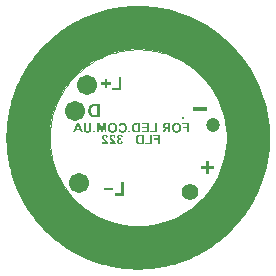
<source format=gbs>
G04 Layer_Color=16711935*
%FSLAX25Y25*%
%MOIN*%
G70*
G01*
G75*
%ADD10C,0.01181*%
%ADD41C,0.00394*%
%ADD51C,0.06706*%
%ADD52C,0.00787*%
%ADD53C,0.05524*%
%ADD54C,0.04737*%
%ADD55C,0.00197*%
G36*
X297194Y298417D02*
X297337Y298394D01*
X297461Y298356D01*
X297513Y298337D01*
X297565Y298318D01*
X297608Y298294D01*
X297651Y298275D01*
X297684Y298256D01*
X297713Y298237D01*
X297737Y298222D01*
X297751Y298213D01*
X297761Y298208D01*
X297765Y298203D01*
X297818Y298161D01*
X297861Y298108D01*
X297903Y298056D01*
X297937Y297999D01*
X297998Y297875D01*
X298041Y297756D01*
X298056Y297699D01*
X298070Y297646D01*
X298084Y297599D01*
X298089Y297556D01*
X298098Y297523D01*
Y297499D01*
X298103Y297480D01*
Y297475D01*
X297489Y297418D01*
X297480Y297513D01*
X297461Y297589D01*
X297442Y297656D01*
X297418Y297708D01*
X297399Y297746D01*
X297380Y297775D01*
X297365Y297794D01*
X297361Y297799D01*
X297313Y297837D01*
X297266Y297865D01*
X297213Y297889D01*
X297161Y297903D01*
X297118Y297913D01*
X297085Y297918D01*
X297051D01*
X296980Y297913D01*
X296923Y297899D01*
X296870Y297880D01*
X296828Y297861D01*
X296790Y297842D01*
X296766Y297822D01*
X296751Y297808D01*
X296747Y297803D01*
X296709Y297761D01*
X296680Y297708D01*
X296661Y297656D01*
X296647Y297604D01*
X296637Y297561D01*
X296632Y297523D01*
Y297499D01*
Y297494D01*
Y297489D01*
X296637Y297418D01*
X296651Y297351D01*
X296675Y297289D01*
X296694Y297232D01*
X296718Y297185D01*
X296742Y297147D01*
X296756Y297123D01*
X296761Y297113D01*
X296780Y297085D01*
X296809Y297051D01*
X296842Y297013D01*
X296880Y296975D01*
X296966Y296885D01*
X297051Y296799D01*
X297137Y296718D01*
X297175Y296685D01*
X297208Y296652D01*
X297237Y296628D01*
X297256Y296609D01*
X297270Y296595D01*
X297275Y296590D01*
X297365Y296504D01*
X297451Y296418D01*
X297527Y296342D01*
X297599Y296266D01*
X297661Y296199D01*
X297718Y296133D01*
X297770Y296076D01*
X297813Y296023D01*
X297851Y295976D01*
X297884Y295938D01*
X297908Y295900D01*
X297927Y295871D01*
X297946Y295847D01*
X297956Y295833D01*
X297965Y295823D01*
Y295819D01*
X298022Y295709D01*
X298070Y295600D01*
X298108Y295500D01*
X298137Y295404D01*
X298156Y295323D01*
X298160Y295290D01*
X298165Y295262D01*
X298170Y295243D01*
X298175Y295224D01*
Y295214D01*
Y295209D01*
X296018D01*
Y295780D01*
X297246D01*
X297208Y295842D01*
X297165Y295895D01*
X297151Y295914D01*
X297137Y295933D01*
X297127Y295942D01*
X297123Y295947D01*
X297104Y295966D01*
X297085Y295990D01*
X297032Y296042D01*
X296970Y296099D01*
X296908Y296161D01*
X296847Y296214D01*
X296799Y296261D01*
X296780Y296280D01*
X296766Y296295D01*
X296756Y296299D01*
X296751Y296304D01*
X296651Y296399D01*
X296566Y296480D01*
X296494Y296552D01*
X296437Y296609D01*
X296399Y296656D01*
X296371Y296685D01*
X296352Y296709D01*
X296347Y296713D01*
X296285Y296794D01*
X296237Y296866D01*
X296195Y296937D01*
X296156Y296999D01*
X296133Y297051D01*
X296114Y297090D01*
X296104Y297113D01*
X296099Y297123D01*
X296071Y297194D01*
X296052Y297270D01*
X296037Y297337D01*
X296028Y297399D01*
X296023Y297456D01*
X296018Y297494D01*
Y297523D01*
Y297532D01*
X296023Y297604D01*
X296028Y297670D01*
X296042Y297732D01*
X296061Y297794D01*
X296104Y297903D01*
X296156Y297994D01*
X296180Y298032D01*
X296209Y298070D01*
X296233Y298099D01*
X296252Y298122D01*
X296271Y298146D01*
X296280Y298161D01*
X296290Y298165D01*
X296294Y298170D01*
X296347Y298218D01*
X296404Y298256D01*
X296466Y298289D01*
X296523Y298318D01*
X296647Y298365D01*
X296766Y298394D01*
X296823Y298408D01*
X296875Y298413D01*
X296918Y298417D01*
X296961Y298422D01*
X296989Y298427D01*
X297118D01*
X297194Y298417D01*
D02*
G37*
G36*
X299669Y298422D02*
X299760Y298413D01*
X299841Y298394D01*
X299912Y298379D01*
X299969Y298360D01*
X300012Y298341D01*
X300041Y298332D01*
X300045Y298327D01*
X300050D01*
X300126Y298289D01*
X300193Y298241D01*
X300250Y298194D01*
X300298Y298151D01*
X300336Y298113D01*
X300360Y298080D01*
X300378Y298060D01*
X300383Y298051D01*
X300426Y297980D01*
X300459Y297903D01*
X300493Y297827D01*
X300517Y297751D01*
X300536Y297685D01*
X300550Y297632D01*
X300555Y297613D01*
Y297599D01*
X300559Y297589D01*
Y297585D01*
X299993Y297489D01*
X299979Y297566D01*
X299960Y297627D01*
X299941Y297685D01*
X299917Y297727D01*
X299898Y297761D01*
X299879Y297789D01*
X299864Y297803D01*
X299860Y297808D01*
X299817Y297846D01*
X299769Y297870D01*
X299722Y297889D01*
X299679Y297903D01*
X299645Y297913D01*
X299612Y297918D01*
X299588D01*
X299531Y297913D01*
X299479Y297903D01*
X299436Y297884D01*
X299398Y297870D01*
X299369Y297851D01*
X299350Y297832D01*
X299336Y297822D01*
X299331Y297818D01*
X299298Y297780D01*
X299274Y297737D01*
X299255Y297694D01*
X299246Y297656D01*
X299236Y297618D01*
X299231Y297589D01*
Y297570D01*
Y297561D01*
X299236Y297494D01*
X299250Y297432D01*
X299274Y297380D01*
X299298Y297337D01*
X299322Y297304D01*
X299346Y297275D01*
X299360Y297261D01*
X299365Y297256D01*
X299417Y297218D01*
X299479Y297189D01*
X299546Y297175D01*
X299607Y297161D01*
X299664Y297156D01*
X299707Y297151D01*
X299750D01*
X299817Y296652D01*
X299760Y296666D01*
X299703Y296680D01*
X299655Y296690D01*
X299617Y296694D01*
X299584Y296699D01*
X299536D01*
X299469Y296694D01*
X299412Y296680D01*
X299360Y296656D01*
X299317Y296633D01*
X299279Y296604D01*
X299255Y296585D01*
X299236Y296566D01*
X299231Y296561D01*
X299188Y296509D01*
X299155Y296447D01*
X299136Y296385D01*
X299117Y296328D01*
X299108Y296275D01*
X299103Y296233D01*
Y296204D01*
Y296199D01*
Y296195D01*
X299108Y296109D01*
X299122Y296033D01*
X299146Y295966D01*
X299169Y295909D01*
X299193Y295866D01*
X299217Y295838D01*
X299231Y295814D01*
X299236Y295809D01*
X299289Y295761D01*
X299341Y295728D01*
X299393Y295700D01*
X299446Y295685D01*
X299493Y295676D01*
X299527Y295671D01*
X299550Y295666D01*
X299560D01*
X299622Y295671D01*
X299679Y295685D01*
X299731Y295704D01*
X299774Y295728D01*
X299812Y295747D01*
X299836Y295766D01*
X299855Y295780D01*
X299860Y295785D01*
X299903Y295833D01*
X299936Y295890D01*
X299964Y295947D01*
X299983Y296004D01*
X299998Y296057D01*
X300007Y296095D01*
X300012Y296123D01*
Y296128D01*
Y296133D01*
X300607Y296057D01*
X300598Y295985D01*
X300578Y295914D01*
X300536Y295785D01*
X300483Y295676D01*
X300426Y295581D01*
X300398Y295543D01*
X300369Y295504D01*
X300345Y295476D01*
X300321Y295452D01*
X300307Y295428D01*
X300293Y295414D01*
X300283Y295409D01*
X300279Y295404D01*
X300221Y295362D01*
X300164Y295323D01*
X300102Y295290D01*
X300041Y295262D01*
X299922Y295219D01*
X299807Y295190D01*
X299755Y295176D01*
X299707Y295171D01*
X299664Y295166D01*
X299626Y295162D01*
X299598Y295157D01*
X299555D01*
X299469Y295162D01*
X299388Y295171D01*
X299312Y295185D01*
X299241Y295204D01*
X299169Y295224D01*
X299108Y295252D01*
X299050Y295276D01*
X298998Y295304D01*
X298951Y295333D01*
X298908Y295357D01*
X298870Y295385D01*
X298841Y295404D01*
X298817Y295424D01*
X298798Y295438D01*
X298789Y295447D01*
X298784Y295452D01*
X298732Y295509D01*
X298684Y295566D01*
X298641Y295628D01*
X298603Y295690D01*
X298574Y295752D01*
X298551Y295809D01*
X298513Y295923D01*
X298498Y295976D01*
X298489Y296023D01*
X298484Y296061D01*
X298479Y296099D01*
X298475Y296128D01*
Y296152D01*
Y296166D01*
Y296171D01*
X298479Y296275D01*
X298498Y296366D01*
X298527Y296452D01*
X298555Y296523D01*
X298589Y296580D01*
X298613Y296623D01*
X298632Y296652D01*
X298641Y296661D01*
X298708Y296732D01*
X298779Y296790D01*
X298851Y296837D01*
X298922Y296875D01*
X298984Y296899D01*
X299031Y296913D01*
X299050Y296923D01*
X299065D01*
X299074Y296928D01*
X299079D01*
X298998Y296975D01*
X298927Y297028D01*
X298865Y297085D01*
X298813Y297142D01*
X298765Y297194D01*
X298732Y297251D01*
X298698Y297308D01*
X298674Y297361D01*
X298655Y297408D01*
X298641Y297456D01*
X298632Y297499D01*
X298622Y297532D01*
Y297561D01*
X298617Y297585D01*
Y297599D01*
Y297604D01*
X298622Y297661D01*
X298627Y297713D01*
X298651Y297813D01*
X298689Y297903D01*
X298732Y297980D01*
X298774Y298046D01*
X298808Y298094D01*
X298827Y298113D01*
X298836Y298127D01*
X298841Y298132D01*
X298846Y298137D01*
X298898Y298189D01*
X298955Y298232D01*
X299012Y298270D01*
X299074Y298303D01*
X299136Y298332D01*
X299193Y298356D01*
X299312Y298389D01*
X299365Y298403D01*
X299417Y298413D01*
X299460Y298417D01*
X299498Y298422D01*
X299531Y298427D01*
X299574D01*
X299669Y298422D01*
D02*
G37*
G36*
X312869Y295209D02*
X312221D01*
Y296571D01*
X310889D01*
Y297113D01*
X312221D01*
Y297870D01*
X310674D01*
Y298413D01*
X312869D01*
Y295209D01*
D02*
G37*
G36*
X294705Y298417D02*
X294847Y298394D01*
X294971Y298356D01*
X295023Y298337D01*
X295076Y298318D01*
X295119Y298294D01*
X295162Y298275D01*
X295195Y298256D01*
X295223Y298237D01*
X295247Y298222D01*
X295262Y298213D01*
X295271Y298208D01*
X295276Y298203D01*
X295328Y298161D01*
X295371Y298108D01*
X295414Y298056D01*
X295447Y297999D01*
X295509Y297875D01*
X295552Y297756D01*
X295566Y297699D01*
X295580Y297646D01*
X295595Y297599D01*
X295600Y297556D01*
X295609Y297523D01*
Y297499D01*
X295614Y297480D01*
Y297475D01*
X295000Y297418D01*
X294990Y297513D01*
X294971Y297589D01*
X294952Y297656D01*
X294928Y297708D01*
X294909Y297746D01*
X294890Y297775D01*
X294876Y297794D01*
X294871Y297799D01*
X294824Y297837D01*
X294776Y297865D01*
X294724Y297889D01*
X294671Y297903D01*
X294628Y297913D01*
X294595Y297918D01*
X294562D01*
X294490Y297913D01*
X294433Y297899D01*
X294381Y297880D01*
X294338Y297861D01*
X294300Y297842D01*
X294276Y297822D01*
X294262Y297808D01*
X294257Y297803D01*
X294219Y297761D01*
X294191Y297708D01*
X294172Y297656D01*
X294157Y297604D01*
X294148Y297561D01*
X294143Y297523D01*
Y297499D01*
Y297494D01*
Y297489D01*
X294148Y297418D01*
X294162Y297351D01*
X294186Y297289D01*
X294205Y297232D01*
X294229Y297185D01*
X294252Y297147D01*
X294267Y297123D01*
X294271Y297113D01*
X294290Y297085D01*
X294319Y297051D01*
X294352Y297013D01*
X294390Y296975D01*
X294476Y296885D01*
X294562Y296799D01*
X294648Y296718D01*
X294686Y296685D01*
X294719Y296652D01*
X294747Y296628D01*
X294766Y296609D01*
X294781Y296595D01*
X294785Y296590D01*
X294876Y296504D01*
X294962Y296418D01*
X295038Y296342D01*
X295109Y296266D01*
X295171Y296199D01*
X295228Y296133D01*
X295281Y296076D01*
X295323Y296023D01*
X295361Y295976D01*
X295395Y295938D01*
X295419Y295900D01*
X295438Y295871D01*
X295457Y295847D01*
X295466Y295833D01*
X295476Y295823D01*
Y295819D01*
X295533Y295709D01*
X295580Y295600D01*
X295619Y295500D01*
X295647Y295404D01*
X295666Y295323D01*
X295671Y295290D01*
X295676Y295262D01*
X295680Y295243D01*
X295685Y295224D01*
Y295214D01*
Y295209D01*
X293529D01*
Y295780D01*
X294757D01*
X294719Y295842D01*
X294676Y295895D01*
X294662Y295914D01*
X294648Y295933D01*
X294638Y295942D01*
X294633Y295947D01*
X294614Y295966D01*
X294595Y295990D01*
X294543Y296042D01*
X294481Y296099D01*
X294419Y296161D01*
X294357Y296214D01*
X294309Y296261D01*
X294290Y296280D01*
X294276Y296295D01*
X294267Y296299D01*
X294262Y296304D01*
X294162Y296399D01*
X294076Y296480D01*
X294005Y296552D01*
X293948Y296609D01*
X293910Y296656D01*
X293881Y296685D01*
X293862Y296709D01*
X293857Y296713D01*
X293795Y296794D01*
X293748Y296866D01*
X293705Y296937D01*
X293667Y296999D01*
X293643Y297051D01*
X293624Y297090D01*
X293615Y297113D01*
X293610Y297123D01*
X293581Y297194D01*
X293562Y297270D01*
X293548Y297337D01*
X293538Y297399D01*
X293534Y297456D01*
X293529Y297494D01*
Y297523D01*
Y297532D01*
X293534Y297604D01*
X293538Y297670D01*
X293553Y297732D01*
X293572Y297794D01*
X293615Y297903D01*
X293667Y297994D01*
X293691Y298032D01*
X293719Y298070D01*
X293743Y298099D01*
X293762Y298122D01*
X293781Y298146D01*
X293791Y298161D01*
X293800Y298165D01*
X293805Y298170D01*
X293857Y298218D01*
X293914Y298256D01*
X293976Y298289D01*
X294033Y298318D01*
X294157Y298365D01*
X294276Y298394D01*
X294333Y298408D01*
X294386Y298413D01*
X294428Y298417D01*
X294471Y298422D01*
X294500Y298427D01*
X294628D01*
X294705Y298417D01*
D02*
G37*
G36*
X297158Y302371D02*
X297287Y302357D01*
X297406Y302333D01*
X297506Y302314D01*
X297549Y302300D01*
X297591Y302290D01*
X297625Y302276D01*
X297653Y302267D01*
X297677Y302262D01*
X297691Y302252D01*
X297701Y302247D01*
X297706D01*
X297792Y302209D01*
X297868Y302162D01*
X297939Y302114D01*
X298001Y302067D01*
X298053Y302024D01*
X298091Y301990D01*
X298115Y301967D01*
X298125Y301957D01*
X298191Y301886D01*
X298248Y301810D01*
X298301Y301733D01*
X298344Y301667D01*
X298377Y301610D01*
X298401Y301562D01*
X298410Y301543D01*
X298415Y301529D01*
X298420Y301524D01*
Y301519D01*
X298467Y301391D01*
X298501Y301253D01*
X298529Y301115D01*
X298544Y300986D01*
X298548Y300929D01*
X298553Y300872D01*
X298558Y300824D01*
Y300781D01*
X298563Y300748D01*
Y300724D01*
Y300705D01*
Y300700D01*
X298558Y300562D01*
X298544Y300429D01*
X298524Y300305D01*
X298496Y300191D01*
X298467Y300082D01*
X298429Y299986D01*
X298391Y299896D01*
X298353Y299815D01*
X298315Y299744D01*
X298277Y299677D01*
X298239Y299625D01*
X298210Y299582D01*
X298182Y299544D01*
X298163Y299520D01*
X298148Y299506D01*
X298144Y299501D01*
X298063Y299425D01*
X297972Y299358D01*
X297882Y299301D01*
X297792Y299249D01*
X297696Y299211D01*
X297601Y299172D01*
X297511Y299144D01*
X297420Y299120D01*
X297335Y299106D01*
X297258Y299092D01*
X297187Y299082D01*
X297130Y299073D01*
X297077D01*
X297044Y299068D01*
X297011D01*
X296882Y299073D01*
X296759Y299087D01*
X296644Y299106D01*
X296535Y299134D01*
X296435Y299168D01*
X296344Y299206D01*
X296259Y299244D01*
X296183Y299287D01*
X296111Y299325D01*
X296054Y299363D01*
X296002Y299401D01*
X295959Y299434D01*
X295925Y299463D01*
X295902Y299482D01*
X295887Y299496D01*
X295883Y299501D01*
X295807Y299587D01*
X295745Y299677D01*
X295688Y299777D01*
X295640Y299877D01*
X295597Y299977D01*
X295564Y300077D01*
X295535Y300177D01*
X295511Y300272D01*
X295492Y300362D01*
X295483Y300448D01*
X295473Y300519D01*
X295464Y300586D01*
Y300639D01*
X295459Y300681D01*
Y300705D01*
Y300715D01*
X295464Y300857D01*
X295478Y300991D01*
X295497Y301119D01*
X295526Y301234D01*
X295559Y301343D01*
X295592Y301443D01*
X295635Y301533D01*
X295673Y301619D01*
X295711Y301691D01*
X295749Y301752D01*
X295788Y301810D01*
X295821Y301852D01*
X295849Y301886D01*
X295868Y301914D01*
X295883Y301928D01*
X295887Y301933D01*
X295968Y302009D01*
X296059Y302081D01*
X296149Y302138D01*
X296245Y302190D01*
X296335Y302233D01*
X296430Y302267D01*
X296520Y302295D01*
X296611Y302319D01*
X296692Y302338D01*
X296768Y302352D01*
X296839Y302362D01*
X296897Y302371D01*
X296949D01*
X296982Y302376D01*
X297016D01*
X297158Y302371D01*
D02*
G37*
G36*
X291232Y299120D02*
X290618D01*
Y299734D01*
X291232D01*
Y299120D01*
D02*
G37*
G36*
X302913D02*
X302299D01*
Y299734D01*
X302913D01*
Y299120D01*
D02*
G37*
G36*
X318535Y302371D02*
X318664Y302357D01*
X318783Y302333D01*
X318883Y302314D01*
X318926Y302300D01*
X318969Y302290D01*
X319002Y302276D01*
X319031Y302267D01*
X319054Y302262D01*
X319069Y302252D01*
X319078Y302247D01*
X319083D01*
X319169Y302209D01*
X319245Y302162D01*
X319316Y302114D01*
X319378Y302067D01*
X319430Y302024D01*
X319468Y301990D01*
X319492Y301967D01*
X319502Y301957D01*
X319568Y301886D01*
X319626Y301810D01*
X319678Y301733D01*
X319721Y301667D01*
X319754Y301610D01*
X319778Y301562D01*
X319787Y301543D01*
X319792Y301529D01*
X319797Y301524D01*
Y301519D01*
X319845Y301391D01*
X319878Y301253D01*
X319906Y301115D01*
X319921Y300986D01*
X319925Y300929D01*
X319930Y300872D01*
X319935Y300824D01*
Y300781D01*
X319940Y300748D01*
Y300724D01*
Y300705D01*
Y300700D01*
X319935Y300562D01*
X319921Y300429D01*
X319902Y300305D01*
X319873Y300191D01*
X319845Y300082D01*
X319807Y299986D01*
X319768Y299896D01*
X319730Y299815D01*
X319692Y299744D01*
X319654Y299677D01*
X319616Y299625D01*
X319587Y299582D01*
X319559Y299544D01*
X319540Y299520D01*
X319526Y299506D01*
X319521Y299501D01*
X319440Y299425D01*
X319350Y299358D01*
X319259Y299301D01*
X319169Y299249D01*
X319073Y299211D01*
X318978Y299172D01*
X318888Y299144D01*
X318797Y299120D01*
X318712Y299106D01*
X318636Y299092D01*
X318564Y299082D01*
X318507Y299073D01*
X318455D01*
X318421Y299068D01*
X318388D01*
X318260Y299073D01*
X318136Y299087D01*
X318021Y299106D01*
X317912Y299134D01*
X317812Y299168D01*
X317722Y299206D01*
X317636Y299244D01*
X317560Y299287D01*
X317488Y299325D01*
X317431Y299363D01*
X317379Y299401D01*
X317336Y299434D01*
X317303Y299463D01*
X317279Y299482D01*
X317265Y299496D01*
X317260Y299501D01*
X317184Y299587D01*
X317122Y299677D01*
X317065Y299777D01*
X317017Y299877D01*
X316974Y299977D01*
X316941Y300077D01*
X316912Y300177D01*
X316889Y300272D01*
X316869Y300362D01*
X316860Y300448D01*
X316850Y300519D01*
X316841Y300586D01*
Y300639D01*
X316836Y300681D01*
Y300705D01*
Y300715D01*
X316841Y300857D01*
X316855Y300991D01*
X316874Y301119D01*
X316903Y301234D01*
X316936Y301343D01*
X316969Y301443D01*
X317012Y301533D01*
X317050Y301619D01*
X317089Y301691D01*
X317127Y301752D01*
X317165Y301810D01*
X317198Y301852D01*
X317227Y301886D01*
X317246Y301914D01*
X317260Y301928D01*
X317265Y301933D01*
X317345Y302009D01*
X317436Y302081D01*
X317526Y302138D01*
X317622Y302190D01*
X317712Y302233D01*
X317807Y302267D01*
X317898Y302295D01*
X317988Y302319D01*
X318069Y302338D01*
X318145Y302352D01*
X318217Y302362D01*
X318274Y302371D01*
X318326D01*
X318359Y302376D01*
X318393D01*
X318535Y302371D01*
D02*
G37*
G36*
X287077Y299120D02*
X286391D01*
X286129Y299848D01*
X284835D01*
X284559Y299120D01*
X283859D01*
X285154Y302324D01*
X285834D01*
X287077Y299120D01*
D02*
G37*
G36*
X292717Y304134D02*
X291018D01*
X290838Y304140D01*
X290685Y304147D01*
X290545Y304160D01*
X290432Y304181D01*
X290339Y304201D01*
X290272Y304214D01*
X290252Y304220D01*
X290232D01*
X290219Y304227D01*
X290079Y304280D01*
X289953Y304334D01*
X289846Y304394D01*
X289753Y304453D01*
X289680Y304500D01*
X289626Y304540D01*
X289600Y304573D01*
X289586Y304580D01*
X289473Y304700D01*
X289380Y304833D01*
X289300Y304966D01*
X289227Y305093D01*
X289173Y305206D01*
X289153Y305253D01*
X289140Y305293D01*
X289127Y305326D01*
X289113Y305353D01*
X289107Y305366D01*
Y305373D01*
X289060Y305526D01*
X289027Y305692D01*
X289000Y305852D01*
X288987Y306005D01*
X288980Y306072D01*
X288974Y306132D01*
Y306192D01*
X288967Y306238D01*
Y306278D01*
Y306305D01*
Y306325D01*
Y306332D01*
X288974Y306558D01*
X288987Y306758D01*
X289000Y306851D01*
X289014Y306938D01*
X289027Y307018D01*
X289040Y307091D01*
X289054Y307157D01*
X289067Y307217D01*
X289080Y307264D01*
X289093Y307311D01*
X289100Y307344D01*
X289107Y307364D01*
X289113Y307377D01*
Y307384D01*
X289173Y307537D01*
X289240Y307677D01*
X289313Y307804D01*
X289387Y307910D01*
X289446Y307997D01*
X289500Y308057D01*
X289533Y308097D01*
X289540Y308110D01*
X289546D01*
X289653Y308216D01*
X289766Y308303D01*
X289879Y308376D01*
X289986Y308430D01*
X290079Y308476D01*
X290152Y308509D01*
X290179Y308516D01*
X290199Y308523D01*
X290212Y308529D01*
X290219D01*
X290339Y308556D01*
X290479Y308583D01*
X290619Y308596D01*
X290752Y308603D01*
X290878Y308609D01*
X290932Y308616D01*
X292717D01*
Y304134D01*
D02*
G37*
G36*
X328445Y306330D02*
X323961D01*
Y307482D01*
X328445D01*
Y306330D01*
D02*
G37*
G36*
X300000Y313287D02*
X296843D01*
Y314047D01*
X299094D01*
Y317730D01*
X300000D01*
Y313287D01*
D02*
G37*
G36*
X295225Y315898D02*
X296397D01*
Y315092D01*
X295225D01*
Y313933D01*
X294439D01*
Y315092D01*
X293260D01*
Y315898D01*
X294439D01*
Y317057D01*
X295225D01*
Y315898D01*
D02*
G37*
G36*
X329230Y287984D02*
X330906D01*
Y286832D01*
X329230D01*
Y285175D01*
X328107D01*
Y286832D01*
X326422D01*
Y287984D01*
X328107D01*
Y289640D01*
X329230D01*
Y287984D01*
D02*
G37*
G36*
X307404Y295209D02*
X306190D01*
X306062Y295214D01*
X305953Y295219D01*
X305853Y295228D01*
X305772Y295243D01*
X305705Y295257D01*
X305657Y295266D01*
X305643Y295271D01*
X305629D01*
X305619Y295276D01*
X305519Y295314D01*
X305429Y295352D01*
X305353Y295395D01*
X305286Y295438D01*
X305234Y295471D01*
X305196Y295500D01*
X305177Y295524D01*
X305167Y295528D01*
X305086Y295614D01*
X305019Y295709D01*
X304962Y295804D01*
X304910Y295895D01*
X304872Y295976D01*
X304858Y296009D01*
X304848Y296038D01*
X304839Y296061D01*
X304829Y296080D01*
X304824Y296090D01*
Y296095D01*
X304791Y296204D01*
X304767Y296323D01*
X304748Y296437D01*
X304739Y296547D01*
X304734Y296595D01*
X304729Y296637D01*
Y296680D01*
X304724Y296713D01*
Y296742D01*
Y296761D01*
Y296775D01*
Y296780D01*
X304729Y296942D01*
X304739Y297085D01*
X304748Y297151D01*
X304758Y297213D01*
X304767Y297270D01*
X304777Y297323D01*
X304786Y297370D01*
X304796Y297413D01*
X304805Y297446D01*
X304815Y297480D01*
X304820Y297504D01*
X304824Y297518D01*
X304829Y297527D01*
Y297532D01*
X304872Y297642D01*
X304920Y297742D01*
X304972Y297832D01*
X305024Y297908D01*
X305067Y297970D01*
X305105Y298013D01*
X305129Y298042D01*
X305134Y298051D01*
X305138D01*
X305215Y298127D01*
X305296Y298189D01*
X305377Y298241D01*
X305453Y298280D01*
X305519Y298313D01*
X305572Y298337D01*
X305591Y298341D01*
X305605Y298346D01*
X305614Y298351D01*
X305619D01*
X305705Y298370D01*
X305805Y298389D01*
X305905Y298398D01*
X306000Y298403D01*
X306090Y298408D01*
X306129Y298413D01*
X307404D01*
Y295209D01*
D02*
G37*
G36*
X310122D02*
X307866D01*
Y295752D01*
X309475D01*
Y298384D01*
X310122D01*
Y295209D01*
D02*
G37*
G36*
X300886Y278051D02*
X297729D01*
Y278810D01*
X299980D01*
Y282493D01*
X300886D01*
Y278051D01*
D02*
G37*
G36*
X297283Y279863D02*
X294146D01*
Y280669D01*
X297283D01*
Y279863D01*
D02*
G37*
G36*
X305568Y326813D02*
X305568Y326813D01*
X304325Y326786D01*
X301850Y326575D01*
X299400Y326157D01*
X296995Y325534D01*
X294651Y324712D01*
X292383Y323695D01*
X290210Y322491D01*
X288145Y321109D01*
X286204Y319557D01*
X284400Y317849D01*
X282747Y315995D01*
X281255Y314008D01*
X280573Y312969D01*
X280042Y312088D01*
X279073Y310274D01*
X278233Y308397D01*
X277526Y306466D01*
X276955Y304490D01*
X276523Y302480D01*
X276232Y300444D01*
X276084Y298393D01*
X276063Y297364D01*
X276063D01*
X262303Y297342D01*
X262304Y299043D01*
X262573Y302433D01*
X263107Y305791D01*
X263903Y309098D01*
X264955Y312331D01*
X266258Y315472D01*
X267802Y318502D01*
X269580Y321401D01*
X271580Y324152D01*
X273788Y326737D01*
X276193Y329141D01*
X278779Y331350D01*
X281530Y333349D01*
X284430Y335126D01*
X287460Y336670D01*
X290601Y337972D01*
X293835Y339023D01*
X297142Y339818D01*
X300500Y340351D01*
X303890Y340619D01*
X305591Y340620D01*
X305591Y340620D01*
X305568Y326813D01*
D02*
G37*
G36*
X307291Y340619D02*
X310681Y340351D01*
X314039Y339818D01*
X317346Y339023D01*
X320580Y337972D01*
X323721Y336670D01*
X326751Y335126D01*
X329651Y333349D01*
X332402Y331350D01*
X334988Y329141D01*
X337393Y326737D01*
X339602Y324152D01*
X341601Y321401D01*
X343379Y318502D01*
X344923Y315472D01*
X346226Y312331D01*
X347278Y309098D01*
X348074Y305791D01*
X348608Y302433D01*
X348877Y299043D01*
X348878Y297342D01*
X335118Y297364D01*
X335097Y298393D01*
X334949Y300444D01*
X334658Y302480D01*
X334226Y304490D01*
X333655Y306466D01*
X332948Y308397D01*
X332108Y310274D01*
X331140Y312088D01*
X330609Y312969D01*
X329927Y314008D01*
X328435Y315995D01*
X326781Y317849D01*
X324977Y319557D01*
X323036Y321109D01*
X320971Y322491D01*
X318798Y323695D01*
X316531Y324712D01*
X314186Y325534D01*
X311781Y326157D01*
X309331Y326575D01*
X306856Y326786D01*
X305613Y326813D01*
Y326813D01*
X305591Y340620D01*
X307291Y340619D01*
D02*
G37*
G36*
X300405Y302371D02*
X300519Y302357D01*
X300628Y302333D01*
X300733Y302309D01*
X300828Y302271D01*
X300919Y302238D01*
X301000Y302195D01*
X301076Y302157D01*
X301143Y302114D01*
X301200Y302071D01*
X301247Y302038D01*
X301290Y302005D01*
X301323Y301976D01*
X301347Y301952D01*
X301361Y301938D01*
X301366Y301933D01*
X301438Y301848D01*
X301500Y301752D01*
X301557Y301652D01*
X301604Y301553D01*
X301642Y301448D01*
X301676Y301348D01*
X301704Y301243D01*
X301723Y301148D01*
X301742Y301053D01*
X301752Y300967D01*
X301761Y300891D01*
X301771Y300824D01*
Y300767D01*
X301776Y300724D01*
Y300700D01*
Y300691D01*
X301771Y300553D01*
X301757Y300424D01*
X301737Y300301D01*
X301714Y300186D01*
X301680Y300082D01*
X301647Y299982D01*
X301609Y299891D01*
X301571Y299810D01*
X301533Y299739D01*
X301495Y299677D01*
X301461Y299625D01*
X301428Y299582D01*
X301404Y299544D01*
X301385Y299520D01*
X301371Y299506D01*
X301366Y299501D01*
X301285Y299425D01*
X301204Y299358D01*
X301119Y299301D01*
X301028Y299249D01*
X300943Y299211D01*
X300857Y299172D01*
X300771Y299144D01*
X300690Y299120D01*
X300614Y299106D01*
X300543Y299092D01*
X300481Y299082D01*
X300424Y299073D01*
X300381D01*
X300348Y299068D01*
X300319D01*
X300224Y299073D01*
X300133Y299077D01*
X300048Y299092D01*
X299972Y299106D01*
X299895Y299125D01*
X299824Y299149D01*
X299762Y299172D01*
X299700Y299196D01*
X299648Y299215D01*
X299605Y299239D01*
X299562Y299263D01*
X299534Y299282D01*
X299505Y299296D01*
X299486Y299310D01*
X299477Y299315D01*
X299472Y299320D01*
X299410Y299372D01*
X299353Y299429D01*
X299253Y299553D01*
X299167Y299682D01*
X299100Y299810D01*
X299077Y299867D01*
X299053Y299924D01*
X299029Y299977D01*
X299015Y300020D01*
X299001Y300053D01*
X298991Y300082D01*
X298986Y300101D01*
Y300105D01*
X299615Y300301D01*
X299648Y300177D01*
X299691Y300067D01*
X299733Y299982D01*
X299776Y299905D01*
X299819Y299853D01*
X299852Y299815D01*
X299872Y299791D01*
X299881Y299782D01*
X299953Y299729D01*
X300029Y299687D01*
X300105Y299658D01*
X300171Y299639D01*
X300233Y299629D01*
X300281Y299625D01*
X300300Y299620D01*
X300324D01*
X300390Y299625D01*
X300448Y299629D01*
X300562Y299658D01*
X300657Y299701D01*
X300743Y299748D01*
X300809Y299796D01*
X300857Y299839D01*
X300871Y299853D01*
X300886Y299867D01*
X300890Y299872D01*
X300895Y299877D01*
X300933Y299929D01*
X300966Y299986D01*
X300995Y300053D01*
X301019Y300120D01*
X301057Y300262D01*
X301081Y300405D01*
X301090Y300472D01*
X301100Y300534D01*
X301104Y300591D01*
Y300639D01*
X301109Y300681D01*
Y300710D01*
Y300734D01*
Y300739D01*
X301104Y300843D01*
X301100Y300938D01*
X301090Y301029D01*
X301076Y301110D01*
X301057Y301186D01*
X301038Y301253D01*
X301019Y301314D01*
X301000Y301367D01*
X300981Y301414D01*
X300962Y301457D01*
X300943Y301491D01*
X300923Y301519D01*
X300909Y301538D01*
X300900Y301553D01*
X300890Y301562D01*
Y301567D01*
X300847Y301614D01*
X300800Y301652D01*
X300752Y301686D01*
X300705Y301714D01*
X300609Y301762D01*
X300514Y301790D01*
X300433Y301810D01*
X300400Y301814D01*
X300367Y301819D01*
X300343Y301824D01*
X300309D01*
X300219Y301819D01*
X300133Y301800D01*
X300057Y301776D01*
X299995Y301752D01*
X299943Y301724D01*
X299905Y301700D01*
X299881Y301681D01*
X299872Y301676D01*
X299810Y301619D01*
X299757Y301557D01*
X299714Y301491D01*
X299686Y301429D01*
X299662Y301372D01*
X299643Y301329D01*
X299638Y301310D01*
Y301295D01*
X299634Y301291D01*
Y301286D01*
X298996Y301438D01*
X299043Y301571D01*
X299091Y301691D01*
X299148Y301790D01*
X299200Y301876D01*
X299248Y301938D01*
X299286Y301986D01*
X299315Y302014D01*
X299319Y302024D01*
X299324D01*
X299396Y302086D01*
X299472Y302138D01*
X299548Y302186D01*
X299629Y302228D01*
X299710Y302262D01*
X299786Y302290D01*
X299867Y302314D01*
X299938Y302333D01*
X300010Y302347D01*
X300076Y302357D01*
X300133Y302366D01*
X300181Y302371D01*
X300224Y302376D01*
X300281D01*
X300405Y302371D01*
D02*
G37*
G36*
X276063Y297321D02*
X276063Y297321D01*
X276084Y296292D01*
X276232Y294241D01*
X276523Y292206D01*
X276955Y290195D01*
X277526Y288219D01*
X278233Y286288D01*
X279073Y284411D01*
X280042Y282597D01*
X280573Y281716D01*
X281255Y280677D01*
X282747Y278691D01*
X284400Y276836D01*
X286204Y275128D01*
X288145Y273576D01*
X290210Y272194D01*
X292383Y270990D01*
X294651Y269973D01*
X296995Y269151D01*
X299400Y268528D01*
X301850Y268110D01*
X304325Y267899D01*
X305568Y267872D01*
X305568Y267872D01*
X305591Y254065D01*
X305591D01*
X303890Y254066D01*
X300500Y254334D01*
X297142Y254867D01*
X293835Y255662D01*
X290601Y256713D01*
X287460Y258015D01*
X284430Y259559D01*
X281530Y261336D01*
X278779Y263335D01*
X276193Y265544D01*
X273788Y267948D01*
X271580Y270533D01*
X269580Y273284D01*
X267802Y276183D01*
X266258Y279213D01*
X264955Y282354D01*
X263903Y285588D01*
X263107Y288894D01*
X262573Y292252D01*
X262304Y295642D01*
X262303Y297342D01*
X276063Y297321D01*
D02*
G37*
G36*
X348877Y295642D02*
X348608Y292252D01*
X348074Y288894D01*
X347278Y285588D01*
X346226Y282354D01*
X344923Y279213D01*
X343379Y276183D01*
X341601Y273284D01*
X339602Y270533D01*
X337393Y267948D01*
X334988Y265544D01*
X332402Y263335D01*
X329651Y261336D01*
X326751Y259559D01*
X323721Y258015D01*
X320580Y256713D01*
X317346Y255662D01*
X314039Y254867D01*
X310681Y254334D01*
X307291Y254066D01*
X305591Y254065D01*
X305613Y267872D01*
Y267872D01*
X306856Y267899D01*
X309331Y268110D01*
X311781Y268528D01*
X314186Y269151D01*
X316531Y269973D01*
X318798Y270990D01*
X320971Y272194D01*
X323036Y273576D01*
X324977Y275128D01*
X326781Y276836D01*
X328435Y278691D01*
X329927Y280677D01*
X330609Y281716D01*
X331140Y282597D01*
X332108Y284411D01*
X332948Y286288D01*
X333655Y288219D01*
X334226Y290195D01*
X334658Y292206D01*
X334949Y294241D01*
X335097Y296292D01*
X335118Y297321D01*
Y297321D01*
X348878Y297342D01*
X348877Y295642D01*
D02*
G37*
G36*
X294959Y299120D02*
X294359D01*
Y301638D01*
X293726Y299120D01*
X293108D01*
X292470Y301638D01*
X292465Y299120D01*
X291865D01*
Y302324D01*
X292841D01*
X293412Y300134D01*
X293993Y302324D01*
X294959D01*
Y299120D01*
D02*
G37*
G36*
X305591Y340620D02*
D01*
Y340620D01*
Y340620D01*
D02*
G37*
G36*
X306136Y299120D02*
X304922D01*
X304793Y299125D01*
X304684Y299130D01*
X304584Y299139D01*
X304503Y299153D01*
X304436Y299168D01*
X304389Y299177D01*
X304375Y299182D01*
X304360D01*
X304351Y299187D01*
X304251Y299225D01*
X304160Y299263D01*
X304084Y299306D01*
X304017Y299349D01*
X303965Y299382D01*
X303927Y299411D01*
X303908Y299434D01*
X303899Y299439D01*
X303818Y299525D01*
X303751Y299620D01*
X303694Y299715D01*
X303642Y299805D01*
X303603Y299886D01*
X303589Y299920D01*
X303580Y299948D01*
X303570Y299972D01*
X303561Y299991D01*
X303556Y300001D01*
Y300006D01*
X303522Y300115D01*
X303499Y300234D01*
X303480Y300348D01*
X303470Y300458D01*
X303465Y300505D01*
X303461Y300548D01*
Y300591D01*
X303456Y300624D01*
Y300653D01*
Y300672D01*
Y300686D01*
Y300691D01*
X303461Y300853D01*
X303470Y300996D01*
X303480Y301062D01*
X303489Y301124D01*
X303499Y301181D01*
X303508Y301234D01*
X303518Y301281D01*
X303527Y301324D01*
X303537Y301357D01*
X303546Y301391D01*
X303551Y301414D01*
X303556Y301429D01*
X303561Y301438D01*
Y301443D01*
X303603Y301553D01*
X303651Y301652D01*
X303703Y301743D01*
X303756Y301819D01*
X303799Y301881D01*
X303837Y301924D01*
X303860Y301952D01*
X303865Y301962D01*
X303870D01*
X303946Y302038D01*
X304027Y302100D01*
X304108Y302152D01*
X304184Y302190D01*
X304251Y302224D01*
X304303Y302247D01*
X304322Y302252D01*
X304337Y302257D01*
X304346Y302262D01*
X304351D01*
X304436Y302281D01*
X304536Y302300D01*
X304636Y302309D01*
X304731Y302314D01*
X304822Y302319D01*
X304860Y302324D01*
X306136D01*
Y299120D01*
D02*
G37*
G36*
X311838D02*
X309582D01*
Y299663D01*
X311191D01*
Y302295D01*
X311838D01*
Y299120D01*
D02*
G37*
G36*
X309120D02*
X306688D01*
Y299663D01*
X308473D01*
Y300529D01*
X306869D01*
Y301072D01*
X308473D01*
Y301781D01*
X306750D01*
Y302324D01*
X309120D01*
Y299120D01*
D02*
G37*
G36*
X289990Y300615D02*
Y300515D01*
X289985Y300424D01*
Y300339D01*
X289980Y300262D01*
X289976Y300186D01*
X289971Y300120D01*
X289966Y300063D01*
X289956Y300006D01*
X289952Y299958D01*
X289947Y299915D01*
X289942Y299882D01*
X289937Y299853D01*
X289933Y299829D01*
Y299815D01*
X289928Y299805D01*
Y299801D01*
X289909Y299734D01*
X289880Y299668D01*
X289852Y299606D01*
X289823Y299553D01*
X289795Y299506D01*
X289771Y299472D01*
X289752Y299453D01*
X289747Y299444D01*
X289690Y299387D01*
X289628Y299330D01*
X289566Y299287D01*
X289509Y299244D01*
X289452Y299215D01*
X289409Y299191D01*
X289381Y299177D01*
X289376Y299172D01*
X289371D01*
X289323Y299153D01*
X289271Y299139D01*
X289162Y299111D01*
X289047Y299092D01*
X288933Y299082D01*
X288881Y299077D01*
X288833Y299073D01*
X288790D01*
X288752Y299068D01*
X288676D01*
X288538Y299073D01*
X288419Y299082D01*
X288314Y299096D01*
X288224Y299115D01*
X288157Y299134D01*
X288129Y299139D01*
X288105Y299149D01*
X288086Y299153D01*
X288071Y299158D01*
X288067Y299163D01*
X288062D01*
X287976Y299201D01*
X287905Y299244D01*
X287838Y299287D01*
X287786Y299330D01*
X287743Y299363D01*
X287710Y299391D01*
X287691Y299415D01*
X287686Y299420D01*
X287638Y299487D01*
X287596Y299553D01*
X287562Y299620D01*
X287534Y299687D01*
X287515Y299739D01*
X287500Y299786D01*
X287491Y299815D01*
Y299820D01*
Y299825D01*
X287481Y299872D01*
X287472Y299929D01*
X287462Y299986D01*
X287457Y300053D01*
X287448Y300186D01*
X287439Y300320D01*
Y300386D01*
Y300443D01*
X287434Y300496D01*
Y300543D01*
Y300586D01*
Y300615D01*
Y300634D01*
Y300639D01*
Y302324D01*
X288081D01*
Y300548D01*
Y300482D01*
Y300415D01*
X288086Y300358D01*
Y300305D01*
X288091Y300210D01*
X288095Y300134D01*
X288100Y300077D01*
X288105Y300039D01*
X288110Y300015D01*
Y300006D01*
X288124Y299948D01*
X288148Y299896D01*
X288176Y299848D01*
X288205Y299805D01*
X288233Y299772D01*
X288257Y299748D01*
X288276Y299734D01*
X288281Y299729D01*
X288338Y299691D01*
X288405Y299668D01*
X288471Y299648D01*
X288538Y299634D01*
X288600Y299625D01*
X288648Y299620D01*
X288695D01*
X288790Y299625D01*
X288876Y299639D01*
X288947Y299658D01*
X289009Y299682D01*
X289062Y299701D01*
X289095Y299720D01*
X289114Y299734D01*
X289124Y299739D01*
X289176Y299786D01*
X289219Y299839D01*
X289252Y299891D01*
X289281Y299939D01*
X289300Y299986D01*
X289309Y300020D01*
X289319Y300044D01*
Y300053D01*
X289323Y300082D01*
X289328Y300110D01*
X289333Y300191D01*
X289338Y300277D01*
Y300367D01*
X289342Y300448D01*
Y300486D01*
Y300519D01*
Y300548D01*
Y300567D01*
Y300581D01*
Y300586D01*
Y302324D01*
X289990D01*
Y300615D01*
D02*
G37*
G36*
X322539Y299120D02*
X321891D01*
Y300482D01*
X320559D01*
Y301024D01*
X321891D01*
Y301781D01*
X320344D01*
Y302324D01*
X322539D01*
Y299120D01*
D02*
G37*
G36*
X316327D02*
X315680D01*
Y300458D01*
X315475D01*
X315408Y300453D01*
X315351Y300448D01*
X315303Y300439D01*
X315270Y300434D01*
X315246Y300424D01*
X315232Y300420D01*
X315227D01*
X315189Y300405D01*
X315151Y300381D01*
X315118Y300362D01*
X315089Y300339D01*
X315066Y300320D01*
X315047Y300301D01*
X315037Y300291D01*
X315032Y300286D01*
X315013Y300267D01*
X314989Y300239D01*
X314937Y300172D01*
X314880Y300096D01*
X314823Y300015D01*
X314770Y299939D01*
X314751Y299905D01*
X314727Y299877D01*
X314713Y299848D01*
X314699Y299829D01*
X314694Y299820D01*
X314689Y299815D01*
X314223Y299120D01*
X313447D01*
X313842Y299744D01*
X313885Y299810D01*
X313923Y299872D01*
X313961Y299929D01*
X313995Y299982D01*
X314028Y300029D01*
X314056Y300072D01*
X314109Y300144D01*
X314152Y300196D01*
X314185Y300234D01*
X314204Y300258D01*
X314209Y300262D01*
X314261Y300315D01*
X314318Y300367D01*
X314375Y300415D01*
X314428Y300453D01*
X314480Y300486D01*
X314518Y300510D01*
X314542Y300529D01*
X314547Y300534D01*
X314551D01*
X314475Y300548D01*
X314404Y300562D01*
X314337Y300581D01*
X314275Y300605D01*
X314218Y300624D01*
X314171Y300653D01*
X314123Y300677D01*
X314080Y300700D01*
X314042Y300724D01*
X314014Y300748D01*
X313985Y300767D01*
X313961Y300786D01*
X313947Y300800D01*
X313933Y300815D01*
X313923Y300819D01*
Y300824D01*
X313885Y300872D01*
X313852Y300919D01*
X313799Y301019D01*
X313761Y301119D01*
X313738Y301215D01*
X313718Y301295D01*
X313714Y301333D01*
Y301362D01*
X313709Y301391D01*
Y301410D01*
Y301419D01*
Y301424D01*
X313714Y301529D01*
X313733Y301624D01*
X313752Y301710D01*
X313780Y301786D01*
X313804Y301843D01*
X313828Y301890D01*
X313847Y301919D01*
X313852Y301928D01*
X313909Y302005D01*
X313966Y302067D01*
X314028Y302119D01*
X314090Y302162D01*
X314142Y302195D01*
X314185Y302219D01*
X314213Y302228D01*
X314218Y302233D01*
X314223D01*
X314271Y302247D01*
X314323Y302262D01*
X314437Y302286D01*
X314561Y302300D01*
X314685Y302314D01*
X314742D01*
X314794Y302319D01*
X314842D01*
X314885Y302324D01*
X316327D01*
Y299120D01*
D02*
G37*
%LPC*%
G36*
X297049Y301824D02*
X297011D01*
X296939Y301819D01*
X296868Y301814D01*
X296801Y301800D01*
X296740Y301781D01*
X296630Y301738D01*
X296540Y301691D01*
X296501Y301662D01*
X296468Y301638D01*
X296435Y301614D01*
X296411Y301595D01*
X296392Y301576D01*
X296378Y301562D01*
X296373Y301557D01*
X296368Y301553D01*
X296325Y301500D01*
X296287Y301438D01*
X296254Y301376D01*
X296225Y301310D01*
X296183Y301172D01*
X296154Y301038D01*
X296145Y300976D01*
X296140Y300919D01*
X296135Y300867D01*
X296130Y300819D01*
X296126Y300781D01*
Y300753D01*
Y300734D01*
Y300729D01*
X296130Y300629D01*
X296135Y300534D01*
X296149Y300443D01*
X296164Y300362D01*
X296183Y300291D01*
X296206Y300220D01*
X296230Y300158D01*
X296249Y300105D01*
X296273Y300053D01*
X296297Y300015D01*
X296321Y299977D01*
X296340Y299948D01*
X296354Y299924D01*
X296368Y299910D01*
X296373Y299901D01*
X296378Y299896D01*
X296425Y299848D01*
X296478Y299805D01*
X296530Y299767D01*
X296582Y299739D01*
X296635Y299710D01*
X296687Y299687D01*
X296787Y299653D01*
X296878Y299634D01*
X296916Y299629D01*
X296944Y299625D01*
X296973Y299620D01*
X297011D01*
X297082Y299625D01*
X297149Y299634D01*
X297211Y299644D01*
X297273Y299663D01*
X297382Y299706D01*
X297473Y299758D01*
X297515Y299782D01*
X297549Y299810D01*
X297577Y299834D01*
X297601Y299853D01*
X297625Y299872D01*
X297639Y299886D01*
X297644Y299891D01*
X297649Y299896D01*
X297691Y299953D01*
X297730Y300010D01*
X297763Y300077D01*
X297792Y300144D01*
X297834Y300282D01*
X297863Y300415D01*
X297877Y300477D01*
X297882Y300534D01*
X297887Y300586D01*
X297891Y300629D01*
X297896Y300667D01*
Y300696D01*
Y300715D01*
Y300719D01*
X297891Y300819D01*
X297887Y300915D01*
X297872Y301000D01*
X297858Y301081D01*
X297839Y301157D01*
X297820Y301224D01*
X297796Y301286D01*
X297772Y301343D01*
X297753Y301391D01*
X297730Y301433D01*
X297710Y301467D01*
X297691Y301495D01*
X297677Y301519D01*
X297663Y301533D01*
X297658Y301543D01*
X297653Y301548D01*
X297606Y301595D01*
X297558Y301638D01*
X297506Y301676D01*
X297449Y301710D01*
X297396Y301733D01*
X297344Y301757D01*
X297239Y301790D01*
X297149Y301810D01*
X297111Y301814D01*
X297077Y301819D01*
X297049Y301824D01*
D02*
G37*
G36*
X318426D02*
X318388D01*
X318317Y301819D01*
X318245Y301814D01*
X318179Y301800D01*
X318117Y301781D01*
X318007Y301738D01*
X317917Y301691D01*
X317879Y301662D01*
X317845Y301638D01*
X317812Y301614D01*
X317788Y301595D01*
X317769Y301576D01*
X317755Y301562D01*
X317750Y301557D01*
X317745Y301553D01*
X317703Y301500D01*
X317665Y301438D01*
X317631Y301376D01*
X317603Y301310D01*
X317560Y301172D01*
X317531Y301038D01*
X317522Y300976D01*
X317517Y300919D01*
X317512Y300867D01*
X317507Y300819D01*
X317503Y300781D01*
Y300753D01*
Y300734D01*
Y300729D01*
X317507Y300629D01*
X317512Y300534D01*
X317526Y300443D01*
X317541Y300362D01*
X317560Y300291D01*
X317583Y300220D01*
X317607Y300158D01*
X317626Y300105D01*
X317650Y300053D01*
X317674Y300015D01*
X317698Y299977D01*
X317717Y299948D01*
X317731Y299924D01*
X317745Y299910D01*
X317750Y299901D01*
X317755Y299896D01*
X317803Y299848D01*
X317855Y299805D01*
X317907Y299767D01*
X317960Y299739D01*
X318012Y299710D01*
X318064Y299687D01*
X318164Y299653D01*
X318255Y299634D01*
X318293Y299629D01*
X318321Y299625D01*
X318350Y299620D01*
X318388D01*
X318459Y299625D01*
X318526Y299634D01*
X318588Y299644D01*
X318650Y299663D01*
X318759Y299706D01*
X318850Y299758D01*
X318893Y299782D01*
X318926Y299810D01*
X318954Y299834D01*
X318978Y299853D01*
X319002Y299872D01*
X319016Y299886D01*
X319021Y299891D01*
X319026Y299896D01*
X319069Y299953D01*
X319107Y300010D01*
X319140Y300077D01*
X319169Y300144D01*
X319212Y300282D01*
X319240Y300415D01*
X319254Y300477D01*
X319259Y300534D01*
X319264Y300586D01*
X319269Y300629D01*
X319273Y300667D01*
Y300696D01*
Y300715D01*
Y300719D01*
X319269Y300819D01*
X319264Y300915D01*
X319250Y301000D01*
X319235Y301081D01*
X319216Y301157D01*
X319197Y301224D01*
X319173Y301286D01*
X319150Y301343D01*
X319130Y301391D01*
X319107Y301433D01*
X319088Y301467D01*
X319069Y301495D01*
X319054Y301519D01*
X319040Y301533D01*
X319035Y301543D01*
X319031Y301548D01*
X318983Y301595D01*
X318935Y301638D01*
X318883Y301676D01*
X318826Y301710D01*
X318774Y301733D01*
X318721Y301757D01*
X318617Y301790D01*
X318526Y301810D01*
X318488Y301814D01*
X318455Y301819D01*
X318426Y301824D01*
D02*
G37*
G36*
X285496Y301576D02*
X285049Y300391D01*
X285929D01*
X285496Y301576D01*
D02*
G37*
G36*
X291811Y307857D02*
X291218D01*
X291138Y307850D01*
X291058D01*
X290992Y307843D01*
X290932D01*
X290878Y307837D01*
X290832D01*
X290758Y307823D01*
X290705Y307817D01*
X290672Y307810D01*
X290665D01*
X290572Y307784D01*
X290492Y307757D01*
X290425Y307717D01*
X290366Y307684D01*
X290319Y307650D01*
X290279Y307624D01*
X290259Y307604D01*
X290252Y307597D01*
X290192Y307537D01*
X290139Y307464D01*
X290099Y307391D01*
X290059Y307324D01*
X290033Y307264D01*
X290013Y307211D01*
X289999Y307177D01*
X289993Y307164D01*
X289959Y307051D01*
X289939Y306924D01*
X289919Y306791D01*
X289913Y306665D01*
X289906Y306551D01*
X289899Y306498D01*
Y306458D01*
Y306418D01*
Y306392D01*
Y306378D01*
Y306372D01*
X289906Y306185D01*
X289913Y306025D01*
X289926Y305885D01*
X289946Y305766D01*
X289966Y305672D01*
X289979Y305606D01*
X289986Y305586D01*
Y305566D01*
X289993Y305559D01*
Y305552D01*
X290033Y305446D01*
X290066Y305359D01*
X290112Y305286D01*
X290146Y305226D01*
X290179Y305180D01*
X290206Y305146D01*
X290226Y305126D01*
X290232Y305119D01*
X290286Y305073D01*
X290346Y305033D01*
X290406Y305000D01*
X290465Y304980D01*
X290512Y304960D01*
X290552Y304946D01*
X290585Y304933D01*
X290592D01*
X290665Y304920D01*
X290752Y304913D01*
X290838Y304900D01*
X290932D01*
X291012Y304893D01*
X291811D01*
Y307857D01*
D02*
G37*
G36*
X306757Y297870D02*
X306333D01*
X306276Y297865D01*
X306219D01*
X306171Y297861D01*
X306129D01*
X306090Y297856D01*
X306057D01*
X306005Y297846D01*
X305967Y297842D01*
X305943Y297837D01*
X305938D01*
X305872Y297818D01*
X305814Y297799D01*
X305767Y297770D01*
X305724Y297746D01*
X305691Y297723D01*
X305662Y297704D01*
X305648Y297689D01*
X305643Y297685D01*
X305600Y297642D01*
X305562Y297589D01*
X305534Y297537D01*
X305505Y297489D01*
X305486Y297446D01*
X305472Y297408D01*
X305462Y297385D01*
X305457Y297375D01*
X305434Y297294D01*
X305419Y297204D01*
X305405Y297109D01*
X305400Y297018D01*
X305396Y296937D01*
X305391Y296899D01*
Y296870D01*
Y296842D01*
Y296823D01*
Y296813D01*
Y296809D01*
X305396Y296675D01*
X305400Y296561D01*
X305410Y296461D01*
X305424Y296375D01*
X305438Y296309D01*
X305448Y296261D01*
X305453Y296247D01*
Y296233D01*
X305457Y296228D01*
Y296223D01*
X305486Y296147D01*
X305510Y296085D01*
X305543Y296033D01*
X305567Y295990D01*
X305591Y295957D01*
X305610Y295933D01*
X305624Y295918D01*
X305629Y295914D01*
X305667Y295881D01*
X305710Y295852D01*
X305753Y295828D01*
X305795Y295814D01*
X305829Y295799D01*
X305857Y295790D01*
X305881Y295780D01*
X305886D01*
X305938Y295771D01*
X306000Y295766D01*
X306062Y295757D01*
X306129D01*
X306186Y295752D01*
X306757D01*
Y297870D01*
D02*
G37*
G36*
X305488Y301781D02*
X305065D01*
X305008Y301776D01*
X304950D01*
X304903Y301771D01*
X304860D01*
X304822Y301767D01*
X304789D01*
X304736Y301757D01*
X304698Y301752D01*
X304674Y301748D01*
X304670D01*
X304603Y301729D01*
X304546Y301710D01*
X304498Y301681D01*
X304455Y301657D01*
X304422Y301633D01*
X304394Y301614D01*
X304379Y301600D01*
X304375Y301595D01*
X304332Y301553D01*
X304294Y301500D01*
X304265Y301448D01*
X304237Y301400D01*
X304218Y301357D01*
X304203Y301319D01*
X304194Y301295D01*
X304189Y301286D01*
X304165Y301205D01*
X304151Y301115D01*
X304136Y301019D01*
X304132Y300929D01*
X304127Y300848D01*
X304122Y300810D01*
Y300781D01*
Y300753D01*
Y300734D01*
Y300724D01*
Y300719D01*
X304127Y300586D01*
X304132Y300472D01*
X304141Y300372D01*
X304156Y300286D01*
X304170Y300220D01*
X304179Y300172D01*
X304184Y300158D01*
Y300144D01*
X304189Y300139D01*
Y300134D01*
X304218Y300058D01*
X304241Y299996D01*
X304275Y299944D01*
X304298Y299901D01*
X304322Y299867D01*
X304341Y299844D01*
X304356Y299829D01*
X304360Y299825D01*
X304398Y299791D01*
X304441Y299763D01*
X304484Y299739D01*
X304527Y299725D01*
X304560Y299710D01*
X304589Y299701D01*
X304612Y299691D01*
X304617D01*
X304670Y299682D01*
X304731Y299677D01*
X304793Y299668D01*
X304860D01*
X304917Y299663D01*
X305488D01*
Y301781D01*
D02*
G37*
G36*
X315680D02*
X314937D01*
X314894Y301776D01*
X314794D01*
X314751Y301771D01*
X314727D01*
X314713Y301767D01*
X314708D01*
X314651Y301752D01*
X314604Y301738D01*
X314561Y301719D01*
X314528Y301695D01*
X314499Y301676D01*
X314480Y301657D01*
X314471Y301648D01*
X314466Y301643D01*
X314437Y301605D01*
X314413Y301562D01*
X314399Y301514D01*
X314385Y301476D01*
X314380Y301438D01*
X314375Y301410D01*
Y301391D01*
Y301381D01*
X314380Y301329D01*
X314385Y301281D01*
X314394Y301243D01*
X314409Y301205D01*
X314423Y301176D01*
X314432Y301157D01*
X314437Y301143D01*
X314442Y301138D01*
X314471Y301105D01*
X314499Y301077D01*
X314528Y301053D01*
X314561Y301038D01*
X314585Y301024D01*
X314609Y301015D01*
X314623Y301005D01*
X314628D01*
X314651Y301000D01*
X314685Y300991D01*
X314723Y300986D01*
X314766Y300981D01*
X314861Y300976D01*
X314956Y300972D01*
X315051Y300967D01*
X315680D01*
Y301781D01*
D02*
G37*
%LPD*%
D10*
X305591Y340620D02*
X304591Y340608D01*
X303592Y340573D01*
X302594Y340515D01*
X301598Y340434D01*
X300603Y340330D01*
X299612Y340203D01*
X298623Y340053D01*
X297639Y339880D01*
X296658Y339685D01*
X295683Y339467D01*
X294713Y339227D01*
X293748Y338964D01*
X292790Y338679D01*
X291839Y338372D01*
X290895Y338043D01*
X289958Y337693D01*
X289031Y337321D01*
X288111Y336927D01*
X287202Y336513D01*
X286302Y336078D01*
X285412Y335622D01*
X284534Y335145D01*
X283666Y334649D01*
X282810Y334132D01*
X281966Y333596D01*
X281135Y333041D01*
X280317Y332466D01*
X279512Y331873D01*
X278722Y331262D01*
X277945Y330632D01*
X277184Y329984D01*
X276437Y329320D01*
X275706Y328638D01*
X274991Y327939D01*
X274292Y327224D01*
X273610Y326494D01*
X272945Y325747D01*
X272298Y324986D01*
X271668Y324209D01*
X271056Y323419D01*
X270463Y322614D01*
X269888Y321796D01*
X269333Y320965D01*
X268796Y320122D01*
X268280Y319266D01*
X267783Y318398D01*
X267306Y317520D01*
X266850Y316630D01*
X266414Y315730D01*
X266000Y314821D01*
X265606Y313902D01*
X265234Y312974D01*
X264883Y312038D01*
X264554Y311094D01*
X264247Y310143D01*
X263962Y309185D01*
X263699Y308220D01*
X263459Y307250D01*
X263241Y306274D01*
X263045Y305294D01*
X262872Y304310D01*
X262722Y303321D01*
X262595Y302330D01*
X262490Y301336D01*
X262409Y300339D01*
X262351Y299341D01*
X262315Y298342D01*
X262303Y297343D01*
Y297342D02*
X262315Y296343D01*
X262351Y295344D01*
X262409Y294346D01*
X262490Y293350D01*
X262595Y292355D01*
X262722Y291364D01*
X262872Y290376D01*
X263045Y289391D01*
X263240Y288411D01*
X263459Y287435D01*
X263699Y286465D01*
X263962Y285501D01*
X264247Y284542D01*
X264554Y283591D01*
X264883Y282647D01*
X265234Y281711D01*
X265606Y280783D01*
X266000Y279864D01*
X266414Y278955D01*
X266850Y278055D01*
X267306Y277166D01*
X267783Y276287D01*
X268280Y275419D01*
X268796Y274564D01*
X269332Y273720D01*
X269888Y272889D01*
X270463Y272071D01*
X271056Y271266D01*
X271668Y270476D01*
X272298Y269699D01*
X272945Y268938D01*
X273610Y268192D01*
X274292Y267461D01*
X274991Y266746D01*
X275706Y266047D01*
X276437Y265365D01*
X277183Y264701D01*
X277945Y264053D01*
X278721Y263423D01*
X279512Y262812D01*
X280317Y262219D01*
X281135Y261644D01*
X281966Y261089D01*
X282810Y260553D01*
X283666Y260036D01*
X284533Y259540D01*
X285412Y259063D01*
X286302Y258607D01*
X287202Y258172D01*
X288111Y257758D01*
X289030Y257364D01*
X289958Y256992D01*
X290894Y256642D01*
X291838Y256313D01*
X292790Y256006D01*
X293748Y255721D01*
X294712Y255458D01*
X295683Y255218D01*
X296658Y255000D01*
X297639Y254805D01*
X298623Y254632D01*
X299612Y254482D01*
X300603Y254355D01*
X301597Y254251D01*
X302594Y254170D01*
X303592Y254112D01*
X304591Y254077D01*
X305590Y254065D01*
X305591D02*
X306590Y254077D01*
X307589Y254112D01*
X308587Y254170D01*
X309583Y254251D01*
X310578Y254355D01*
X311569Y254482D01*
X312558Y254632D01*
X313542Y254805D01*
X314523Y255000D01*
X315498Y255218D01*
X316469Y255458D01*
X317433Y255721D01*
X318391Y256006D01*
X319343Y256313D01*
X320287Y256642D01*
X321223Y256992D01*
X322151Y257364D01*
X323070Y257758D01*
X323979Y258172D01*
X324879Y258607D01*
X325769Y259063D01*
X326648Y259540D01*
X327515Y260036D01*
X328371Y260553D01*
X329215Y261089D01*
X330046Y261644D01*
X330864Y262219D01*
X331669Y262812D01*
X332459Y263423D01*
X333236Y264053D01*
X333998Y264701D01*
X334744Y265365D01*
X335475Y266047D01*
X336190Y266746D01*
X336889Y267461D01*
X337571Y268191D01*
X338236Y268938D01*
X338883Y269699D01*
X339513Y270476D01*
X340125Y271266D01*
X340718Y272071D01*
X341293Y272889D01*
X341849Y273720D01*
X342385Y274563D01*
X342901Y275419D01*
X343398Y276287D01*
X343875Y277165D01*
X344331Y278055D01*
X344767Y278955D01*
X345181Y279864D01*
X345575Y280783D01*
X345947Y281711D01*
X346298Y282647D01*
X346627Y283591D01*
X346934Y284542D01*
X347219Y285500D01*
X347482Y286465D01*
X347723Y287435D01*
X347941Y288411D01*
X348136Y289391D01*
X348309Y290375D01*
X348459Y291364D01*
X348586Y292355D01*
X348691Y293350D01*
X348772Y294346D01*
X348830Y295344D01*
X348866Y296343D01*
X348878Y297342D01*
Y297342D02*
X348866Y298342D01*
X348831Y299341D01*
X348772Y300339D01*
X348691Y301335D01*
X348586Y302330D01*
X348459Y303321D01*
X348309Y304309D01*
X348136Y305294D01*
X347941Y306274D01*
X347723Y307250D01*
X347482Y308220D01*
X347219Y309185D01*
X346934Y310143D01*
X346627Y311094D01*
X346298Y312038D01*
X345947Y312974D01*
X345575Y313902D01*
X345181Y314821D01*
X344767Y315730D01*
X344331Y316630D01*
X343875Y317520D01*
X343398Y318398D01*
X342902Y319266D01*
X342385Y320122D01*
X341849Y320965D01*
X341293Y321796D01*
X340719Y322614D01*
X340125Y323419D01*
X339513Y324209D01*
X338883Y324986D01*
X338236Y325747D01*
X337571Y326494D01*
X336889Y327224D01*
X336190Y327939D01*
X335475Y328638D01*
X334744Y329320D01*
X333998Y329984D01*
X333236Y330632D01*
X332459Y331262D01*
X331669Y331873D01*
X330864Y332466D01*
X330046Y333041D01*
X329215Y333596D01*
X328371Y334132D01*
X327515Y334649D01*
X326648Y335145D01*
X325769Y335622D01*
X324879Y336078D01*
X323979Y336513D01*
X323070Y336927D01*
X322151Y337321D01*
X321223Y337693D01*
X320287Y338043D01*
X319343Y338372D01*
X318391Y338679D01*
X317433Y338964D01*
X316469Y339227D01*
X315498Y339467D01*
X314523Y339685D01*
X313542Y339880D01*
X312558Y340053D01*
X311569Y340203D01*
X310578Y340330D01*
X309583Y340434D01*
X308587Y340515D01*
X307589Y340573D01*
X306590Y340608D01*
X305591Y340620D01*
D41*
X280573Y312969D02*
X280042Y312088D01*
X279541Y311190D01*
X279073Y310274D01*
X278637Y309343D01*
X278233Y308397D01*
X277863Y307437D01*
X277526Y306466D01*
X277224Y305483D01*
X276955Y304490D01*
X276722Y303488D01*
X276523Y302479D01*
X276360Y301464D01*
X276232Y300444D01*
X276140Y299419D01*
X276084Y298393D01*
X276063Y297364D01*
X305568Y326813D02*
X304574Y326796D01*
X303581Y326745D01*
X302590Y326660D01*
X301603Y326543D01*
X300621Y326392D01*
X299644Y326208D01*
X298673Y325991D01*
X297711Y325742D01*
X296758Y325461D01*
X295814Y325148D01*
X294882Y324803D01*
X293962Y324427D01*
X293054Y324020D01*
X292162Y323583D01*
X291284Y323116D01*
X290423Y322620D01*
X289578Y322094D01*
X288752Y321541D01*
X287945Y320961D01*
X287158Y320354D01*
X286392Y319720D01*
X285648Y319061D01*
X284926Y318377D01*
X284228Y317670D01*
X283554Y316939D01*
X282905Y316186D01*
X282281Y315412D01*
X281684Y314617D01*
X281115Y313802D01*
X280573Y312969D01*
Y281716D02*
X281115Y280883D01*
X281684Y280068D01*
X282281Y279273D01*
X282905Y278499D01*
X283554Y277746D01*
X284228Y277015D01*
X284926Y276308D01*
X285648Y275624D01*
X286392Y274965D01*
X287158Y274331D01*
X287945Y273724D01*
X288752Y273144D01*
X289578Y272590D01*
X290423Y272065D01*
X291284Y271569D01*
X292162Y271102D01*
X293054Y270665D01*
X293962Y270258D01*
X294882Y269882D01*
X295814Y269537D01*
X296758Y269224D01*
X297711Y268943D01*
X298673Y268694D01*
X299644Y268477D01*
X300621Y268293D01*
X301603Y268142D01*
X302590Y268025D01*
X303581Y267940D01*
X304574Y267889D01*
X305568Y267872D01*
X276063Y297321D02*
X276084Y296292D01*
X276140Y295266D01*
X276232Y294241D01*
X276360Y293221D01*
X276523Y292206D01*
X276722Y291196D01*
X276955Y290195D01*
X277224Y289202D01*
X277526Y288219D01*
X277863Y287248D01*
X278233Y286288D01*
X278637Y285342D01*
X279073Y284411D01*
X279541Y283495D01*
X280042Y282597D01*
X280573Y281716D01*
X330609D02*
X331140Y282597D01*
X331640Y283495D01*
X332108Y284411D01*
X332544Y285342D01*
X332948Y286288D01*
X333318Y287248D01*
X333655Y288219D01*
X333957Y289202D01*
X334226Y290195D01*
X334459Y291196D01*
X334658Y292206D01*
X334821Y293221D01*
X334949Y294241D01*
X335041Y295266D01*
X335097Y296292D01*
X335118Y297321D01*
X305613Y267872D02*
X306608Y267889D01*
X307600Y267940D01*
X308591Y268025D01*
X309578Y268142D01*
X310561Y268293D01*
X311538Y268477D01*
X312508Y268694D01*
X313470Y268943D01*
X314424Y269224D01*
X315367Y269537D01*
X316299Y269882D01*
X317220Y270258D01*
X318127Y270665D01*
X319020Y271102D01*
X319897Y271569D01*
X320759Y272065D01*
X321603Y272590D01*
X322429Y273144D01*
X323236Y273724D01*
X324023Y274331D01*
X324789Y274965D01*
X325533Y275624D01*
X326255Y276308D01*
X326953Y277015D01*
X327627Y277746D01*
X328276Y278499D01*
X328900Y279273D01*
X329497Y280068D01*
X330066Y280883D01*
X330609Y281716D01*
Y312969D02*
X330066Y313802D01*
X329497Y314617D01*
X328900Y315412D01*
X328276Y316186D01*
X327627Y316939D01*
X326953Y317670D01*
X326255Y318377D01*
X325533Y319061D01*
X324789Y319720D01*
X324023Y320354D01*
X323236Y320961D01*
X322429Y321541D01*
X321603Y322094D01*
X320759Y322620D01*
X319897Y323116D01*
X319020Y323583D01*
X318127Y324020D01*
X317220Y324427D01*
X316299Y324803D01*
X315367Y325148D01*
X314424Y325461D01*
X313470Y325742D01*
X312508Y325991D01*
X311538Y326208D01*
X310561Y326392D01*
X309578Y326543D01*
X308591Y326660D01*
X307600Y326745D01*
X306608Y326796D01*
X305613Y326813D01*
X335118Y297364D02*
X335097Y298393D01*
X335041Y299419D01*
X334949Y300444D01*
X334821Y301464D01*
X334658Y302480D01*
X334459Y303488D01*
X334226Y304490D01*
X333957Y305483D01*
X333655Y306466D01*
X333318Y307437D01*
X332948Y308397D01*
X332544Y309343D01*
X332108Y310274D01*
X331640Y311190D01*
X331140Y312088D01*
X330609Y312969D01*
X305568Y326813D02*
Y326813D01*
X305591Y340620D01*
X305591Y340641D01*
X305591Y254065D02*
X305591Y254044D01*
X305568Y267872D02*
X305591Y254065D01*
X305568Y267872D02*
Y267872D01*
X305613Y267872D02*
Y267872D01*
X305591Y254065D02*
X305613Y267872D01*
X305591Y254044D02*
X305591Y254065D01*
X305591Y340641D02*
X305591Y340620D01*
X305613Y326813D01*
Y326813D02*
Y326813D01*
D51*
X288400Y315000D02*
D03*
X284646Y306398D02*
D03*
X285728Y282185D02*
D03*
D52*
X320472Y303937D02*
D03*
D53*
X322736Y279331D02*
D03*
D54*
X330610Y301476D02*
D03*
D55*
X262325Y297364D02*
X276063D01*
X262325Y297321D02*
X276063D01*
X335118D02*
X348856D01*
X335118Y297364D02*
X348856D01*
M02*

</source>
